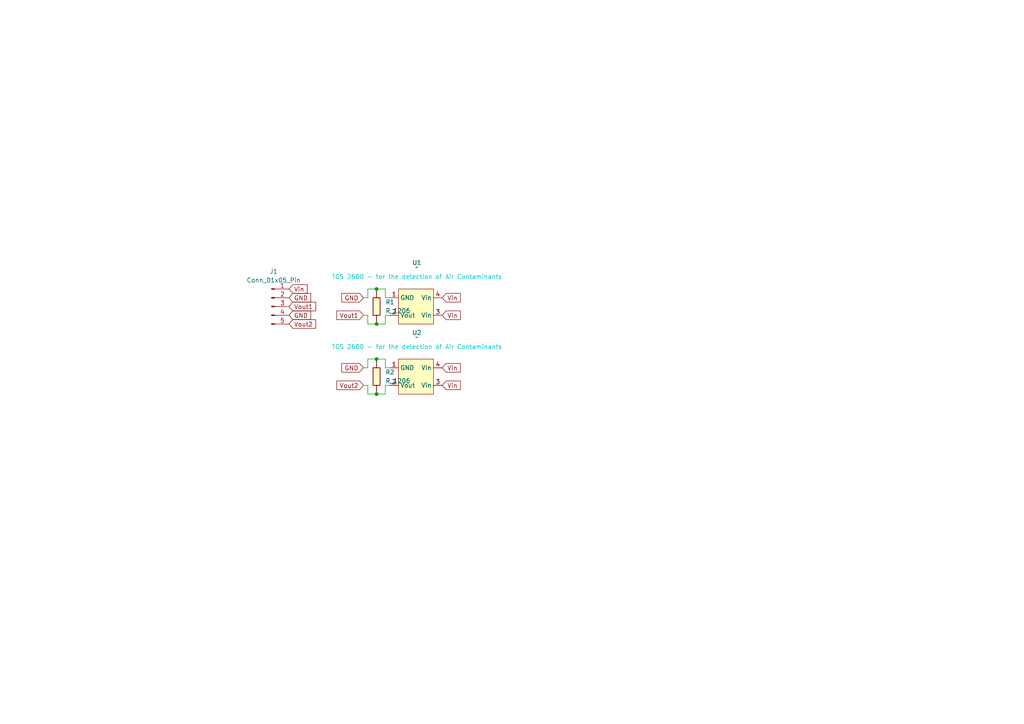
<source format=kicad_sch>
(kicad_sch (version 20231120) (generator "eeschema") (generator_version "8.0")
  (paper "A4")
  (lib_symbols
    (symbol "Connector:Conn_01x05_Pin" (pin_names (offset 1.016) hide)
      (property "Reference" "J" (at 0 7.62 0))
      (property "Value" "Conn_01x05_Pin" (at 0 -7.62 0))
      (symbol "Conn_01x05_Pin_1_1"
        (polyline (pts (xy 1.27 -5.08) (xy 0.8636 -5.08)) (stroke (width 0.1524)))
        (polyline (pts (xy 1.27 -2.54) (xy 0.8636 -2.54)) (stroke (width 0.1524)))
        (polyline (pts (xy 1.27 0) (xy 0.8636 0)) (stroke (width 0.1524)))
        (polyline (pts (xy 1.27 2.54) (xy 0.8636 2.54)) (stroke (width 0.1524)))
        (polyline (pts (xy 1.27 5.08) (xy 0.8636 5.08)) (stroke (width 0.1524)))
        (rectangle (start 0.8636 -4.953) (end 0 -5.207) (stroke (width 0.1524)) (fill (type outline)))
        (rectangle (start 0.8636 -2.413) (end 0 -2.667) (stroke (width 0.1524)) (fill (type outline)))
        (rectangle (start 0.8636 0.127) (end 0 -0.127) (stroke (width 0.1524)) (fill (type outline)))
        (rectangle (start 0.8636 2.667) (end 0 2.413) (stroke (width 0.1524)) (fill (type outline)))
        (rectangle (start 0.8636 5.207) (end 0 4.953) (stroke (width 0.1524)) (fill (type outline)))
        (pin passive line (at 5.08 5.08 180) (length 3.81) (name "Pin_1") (number "1"))
        (pin passive line (at 5.08 2.54 180) (length 3.81) (name "Pin_2") (number "2"))
        (pin passive line (at 5.08 0 180) (length 3.81) (name "Pin_3") (number "3"))
        (pin passive line (at 5.08 -2.54 180) (length 3.81) (name "Pin_4") (number "4"))
        (pin passive line (at 5.08 -5.08 180) (length 3.81) (name "Pin_5") (number "5"))
      )
    )
    (symbol "fab:R_1206" (pin_numbers hide) (pin_names (offset 0))
      (property "Reference" "R" (at 2.54 0 90))
      (property "Value" "R_1206" (at -2.54 0 90))
      (symbol "R_1206_0_1"
        (rectangle (start -1.016 -2.54) (end 1.016 2.54) (stroke (width 0.254)) (fill (type background)))
      )
      (symbol "R_1206_1_1"
        (pin passive line (at 0 5.08 270) (length 2.54) (name "~") (number "1"))
        (pin passive line (at 0 -5.08 90) (length 2.54) (name "~") (number "2"))
      )
    )
    (symbol "fab:TGS-2600"
      (property "Reference" "U" (at 0 0 0))
      (symbol "TGS-2600_1_1"
        (rectangle (start -5.08 -1.27) (end 5.08 -11.43) (fill (type color) (color 255 255 194 1)))
        (text "TGS 2600 - for the detection of Air Contaminants" (at 0.254 2.286 0) (effects (font (size 1.27 1.27))))
        (pin output line (at -7.62 -3.81 0) (length 2.54) (name "GND") (number "1"))
        (pin output line (at -7.62 -8.89 0) (length 2.54) (name "Vout") (number "2"))
        (pin input line (at 7.62 -8.89 180) (length 2.54) (name "Vin") (number "3"))
        (pin input line (at 7.62 -3.81 180) (length 2.54) (name "Vin") (number "4"))
      )
    )
  )
  (junction (at 109.22 104.14))
  (junction (at 109.22 83.82))
  (junction (at 109.22 93.98))
  (junction (at 109.22 114.3))
  (wire (pts (xy 106.68 83.82) (xy 106.68 86.36)))
  (wire (pts (xy 111.76 111.76) (xy 111.76 114.3)))
  (wire (pts (xy 111.76 106.68) (xy 111.76 104.14)))
  (wire (pts (xy 109.22 93.98) (xy 111.76 93.98)))
  (wire (pts (xy 109.22 114.3) (xy 106.68 114.3)))
  (wire (pts (xy 111.76 93.98) (xy 111.76 91.44)))
  (wire (pts (xy 105.41 106.68) (xy 106.68 106.68)))
  (wire (pts (xy 106.68 91.44) (xy 106.68 93.98)))
  (wire (pts (xy 106.68 114.3) (xy 106.68 111.76)))
  (wire (pts (xy 111.76 114.3) (xy 109.22 114.3)))
  (wire (pts (xy 113.03 86.36) (xy 111.76 86.36)))
  (wire (pts (xy 106.68 106.68) (xy 106.68 104.14)))
  (wire (pts (xy 106.68 111.76) (xy 105.41 111.76)))
  (wire (pts (xy 105.41 86.36) (xy 106.68 86.36)))
  (wire (pts (xy 106.68 93.98) (xy 109.22 93.98)))
  (wire (pts (xy 106.68 104.14) (xy 109.22 104.14)))
  (wire (pts (xy 113.03 111.76) (xy 111.76 111.76)))
  (wire (pts (xy 111.76 91.44) (xy 113.03 91.44)))
  (wire (pts (xy 111.76 86.36) (xy 111.76 83.82)))
  (wire (pts (xy 111.76 104.14) (xy 109.22 104.14)))
  (wire (pts (xy 109.22 83.82) (xy 111.76 83.82)))
  (wire (pts (xy 109.22 83.82) (xy 106.68 83.82)))
  (wire (pts (xy 105.41 91.44) (xy 106.68 91.44)))
  (wire (pts (xy 113.03 106.68) (xy 111.76 106.68)))
  (global_label "GND" (shape input) (at 83.82 91.44 0) (property "Intersheetrefs" "${INTERSHEET_REFS}" (effects (hide yes))))
  (global_label "Vin" (shape input) (at 128.27 91.44 0) (property "Intersheetrefs" "${INTERSHEET_REFS}" (effects (hide yes))))
  (global_label "Vout2" (shape input) (at 83.82 93.98 0) (property "Intersheetrefs" "${INTERSHEET_REFS}" (effects (hide yes))))
  (global_label "GND" (shape input) (at 83.82 86.36 0) (property "Intersheetrefs" "${INTERSHEET_REFS}" (effects (hide yes))))
  (global_label "Vin" (shape input) (at 128.27 106.68 0) (property "Intersheetrefs" "${INTERSHEET_REFS}" (effects (hide yes))))
  (global_label "Vout1" (shape input) (at 83.82 88.9 0) (property "Intersheetrefs" "${INTERSHEET_REFS}" (effects (hide yes))))
  (global_label "Vin" (shape input) (at 128.27 86.36 0) (property "Intersheetrefs" "${INTERSHEET_REFS}" (effects (hide yes))))
  (global_label "Vin" (shape input) (at 83.82 83.82 0) (property "Intersheetrefs" "${INTERSHEET_REFS}" (effects (hide yes))))
  (global_label "GND" (shape input) (at 105.41 86.36 180) (property "Intersheetrefs" "${INTERSHEET_REFS}" (effects (hide yes))))
  (global_label "GND" (shape input) (at 105.41 106.68 180) (property "Intersheetrefs" "${INTERSHEET_REFS}" (effects (hide yes))))
  (global_label "Vout2" (shape input) (at 105.41 111.76 180) (property "Intersheetrefs" "${INTERSHEET_REFS}" (effects (hide yes))))
  (global_label "Vout1" (shape input) (at 105.41 91.44 180) (property "Intersheetrefs" "${INTERSHEET_REFS}" (effects (hide yes))))
  (global_label "Vin" (shape input) (at 128.27 111.76 0) (property "Intersheetrefs" "${INTERSHEET_REFS}" (effects (hide yes))))
  (symbol (lib_id "fab:TGS-2600") (at 120.65 102.87 0) (unit 1)
    (property "Reference" "U2" (at 120.904 96.52 0))
    (property "Value" "~" (at 120.904 97.79 0))
    (property "Footprint" "fab:TGS-2600" (effects (hide yes)))
  )
  (symbol (lib_id "fab:R_1206") (at 109.22 109.22 0) (unit 1)
    (property "Reference" "R2" (at 111.76 107.9499 0) (effects (justify left)))
    (property "Value" "R_1206" (at 111.76 110.4899 0) (effects (justify left)))
    (property "Footprint" "Resistor_SMD:R_1206_3216Metric" (effects (hide yes)))
    (property "Description" "Resistor" (effects (hide yes)))
  )
  (symbol (lib_id "fab:R_1206") (at 109.22 88.9 0) (unit 1)
    (property "Reference" "R1" (at 111.76 87.6299 0) (effects (justify left)))
    (property "Value" "R_1206" (at 111.76 90.1699 0) (effects (justify left)))
    (property "Footprint" "Resistor_SMD:R_1206_3216Metric" (effects (hide yes)))
    (property "Description" "Resistor" (effects (hide yes)))
  )
  (symbol (lib_id "Connector:Conn_01x05_Pin") (at 78.74 88.9 0) (unit 1)
    (property "Reference" "J1" (at 79.375 78.74 0))
    (property "Value" "Conn_01x05_Pin" (at 79.375 81.28 0))
    (property "Footprint" "Connector_PinHeader_2.54mm:PinHeader_1x05_P2.54mm_Vertical" (effects (hide yes)))
    (property "Description" "Generic connector, single row, 01x05, script generated" (effects (hide yes)))
  )
  (symbol (lib_id "fab:TGS-2600") (at 120.65 82.55 0) (unit 1)
    (property "Reference" "U1" (at 120.904 76.2 0))
    (property "Value" "~" (at 120.904 77.47 0))
    (property "Footprint" "fab:TGS-2600" (effects (hide yes)))
  )
)
</source>
